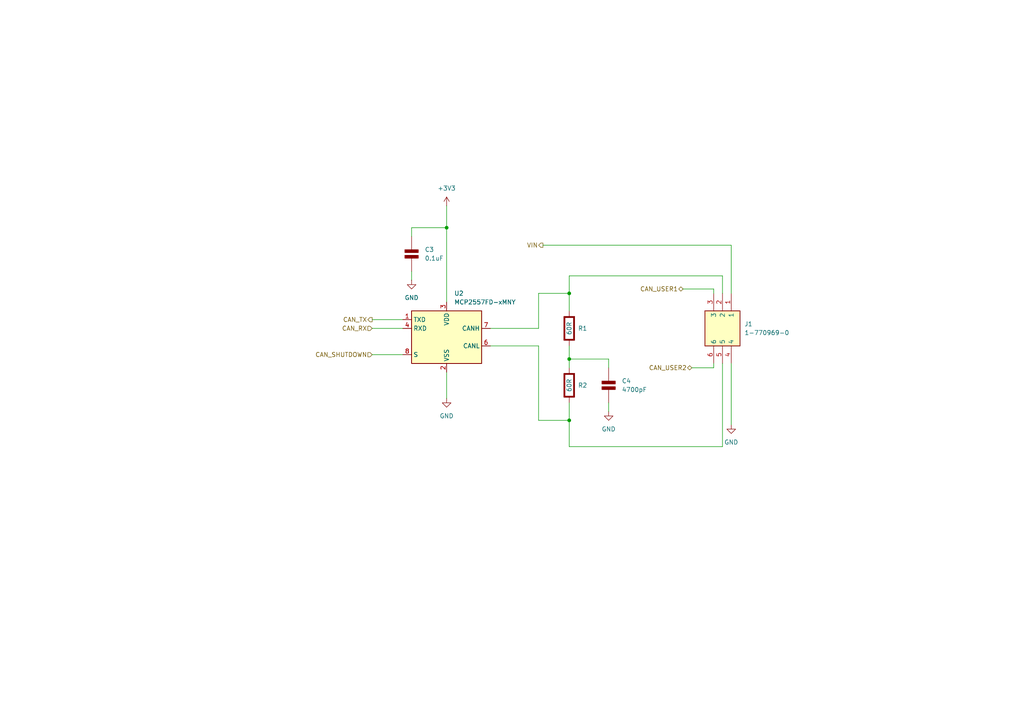
<source format=kicad_sch>
(kicad_sch (version 20250114) (generator "eeschema") (generator_version "9.0")
  (paper "A4")
  (lib_symbols
    (symbol "IMU_V100:1-770969-0"
      (property "Reference" "J" (at 9.398 6.35 0))
      (property "Value" "1-770969-0" (at 3.302 4.318 0))
      (symbol "1-770969-0_1_1"
        (rectangle (start 5.08 2.54) (end 15.24 -7.62) (stroke (width 0.254)) (fill (type background)))
        (pin passive line (at 0 0 0) (length 5.08) (name "6") (number "6"))
        (pin passive line (at 0 -2.54 0) (length 5.08) (name "5") (number "5"))
        (pin passive line (at 0 -5.08 0) (length 5.08) (name "4") (number "4"))
        (pin passive line (at 20.32 0 180) (length 5.08) (name "3") (number "3"))
        (pin passive line (at 20.32 -2.54 180) (length 5.08) (name "2") (number "2"))
        (pin passive line (at 20.32 -5.08 180) (length 5.08) (name "1") (number "1"))
      )
    )
    (symbol "Interface_CAN_LIN:MCP2557FD-xMNY"
      (property "Reference" "U" (at -10.16 10.16 0))
      (property "Value" "MCP2557FD-xMNY" (at 2.54 10.16 0))
      (symbol "MCP2557FD-xMNY_0_1"
        (rectangle (start -10.16 7.62) (end 10.16 -7.62) (stroke (width 0.254)) (fill (type background)))
      )
      (symbol "MCP2557FD-xMNY_1_1"
        (pin input line (at -12.7 5.08 0) (length 2.54) (name "TXD") (number "1"))
        (pin output line (at -12.7 2.54 0) (length 2.54) (name "RXD") (number "4"))
        (pin input line (at -12.7 -5.08 0) (length 2.54) (name "S") (number "8"))
        (pin no_connect line (at -10.16 -2.54 0) (length 2.54) (hide yes) (name "NC") (number "5"))
        (pin power_in line (at 0 10.16 270) (length 2.54) (name "VDD") (number "3"))
        (pin power_in line (at 0 -10.16 90) (length 2.54) (name "VSS") (number "2"))
        (pin passive line (at 0 -10.16 90) (length 2.54) (hide yes) (name "VSS") (number "9"))
        (pin bidirectional line (at 12.7 2.54 180) (length 2.54) (name "CANH") (number "7"))
        (pin bidirectional line (at 12.7 -2.54 180) (length 2.54) (name "CANL") (number "6"))
      )
    )
    (symbol "PCM_Elektuur:C" (pin_numbers (hide yes)) (pin_names (offset 0) (hide yes))
      (property "Reference" "C" (at 0.635 3.175 0))
      (property "Value" "C" (at 0.635 -3.175 0))
      (symbol "C_1_1"
        (rectangle (start -1.905 1.1938) (end 1.905 0.4318) (stroke (width 0.254)) (fill (type outline)))
        (rectangle (start -1.905 -0.4318) (end 1.905 -1.1938) (stroke (width 0.254)) (fill (type outline)))
        (pin passive line (at 0 5.08 270) (length 3.8862) (name "+") (number "1"))
        (pin passive line (at 0 -5.08 90) (length 3.8862) (name "-") (number "2"))
      )
      (symbol "C_1_2"
        (polyline (pts (xy -1.905 0.4318) (xy 1.905 0.4318) (xy 1.905 1.4986) (xy -1.905 1.4986) (xy -1.905 0.4318) (xy -1.8034 0.5334) (xy -1.8034 1.397) (xy 1.8034 1.397) (xy 1.8034 0.5334) (xy -1.8034 0.5334) (xy -1.905 0.4318)) (stroke (width 0.254)) (fill (type outline)))
        (polyline (pts (xy -1.905 -1.4986) (xy 1.905 -1.4986) (xy 1.905 -0.4318) (xy -1.905 -0.4318) (xy -1.905 -1.4986) (xy -1.8034 -1.397) (xy -1.8034 -0.5334) (xy 1.8034 -0.5334) (xy 1.8034 -1.397) (xy -1.8034 -1.397) (xy -1.905 -1.4986)) (stroke (width 0.254)) (fill (type outline)))
        (pin passive line (at 0 5.08 270) (length 3.5814) (name "+") (number "1"))
        (pin passive line (at 0 -5.08 90) (length 3.5814) (name "-") (number "2"))
      )
    )
    (symbol "PCM_Elektuur:R" (pin_numbers (hide yes)) (pin_names (offset 0) (hide yes))
      (property "Reference" "R" (at 2.54 3.175 0))
      (property "Value" "R" (at 0 0 90))
      (symbol "R_1_1"
        (polyline (pts (xy -1.524 -3.429) (xy 1.524 -3.429) (xy 1.524 3.429) (xy -1.524 3.429) (xy -1.524 -3.429) (xy -1.27 -3.175) (xy -1.27 3.175) (xy 1.27 3.175) (xy 1.27 -3.175) (xy -1.27 -3.175) (xy -1.524 -3.429)) (stroke (width 0.254)) (fill (type outline)))
        (pin passive line (at 0 5.08 270) (length 1.651) (name "+") (number "1"))
        (pin passive line (at 0 -5.08 90) (length 1.651) (name "-") (number "2"))
      )
      (symbol "R_1_2"
        (polyline (pts (xy -0.508 -3.429) (xy 1.524 -3.429) (xy 1.524 3.429) (xy -0.508 3.429) (xy -0.508 3.175) (xy 1.27 3.175) (xy 1.27 -3.175) (xy -0.508 -3.175) (xy -0.508 -3.429)) (stroke (width 0.254)) (fill (type outline)))
        (pin passive line (at 0 5.08 270) (length 1.651) (name "+") (number "1"))
        (pin passive line (at 0 -5.08 90) (length 1.651) (name "-") (number "2"))
      )
      (symbol "R_1_3"
        (polyline (pts (xy 0 3.4798) (xy 0 3.2004) (xy 0.7112 2.794) (xy -1.1938 1.6764) (xy 0.7112 0.5588) (xy -1.1938 -0.5588) (xy 0.7112 -1.6764) (xy -1.1938 -2.794) (xy 0 -3.4798) (xy 0 -3.2004) (xy -0.7112 -2.794) (xy 1.1938 -1.6764) (xy -0.7112 -0.5588) (xy 1.1938 0.5588) (xy -0.7112 1.6764) (xy 1.1938 2.794) (xy 0 3.4798)) (stroke (width 0.254)) (fill (type outline)))
        (pin passive line (at 0 5.08 270) (length 1.6002) (name "+") (number "1"))
        (pin passive line (at 0 -5.08 90) (length 1.6002) (name "-") (number "2"))
      )
      (symbol "R_1_4"
        (polyline (pts (xy 0 4.5466) (xy 0 4.2672) (xy 0.0508 4.2418) (xy 1.016 3.683) (xy -1.524 2.2098) (xy 1.016 0.7366) (xy -1.524 -0.7366) (xy 1.016 -2.2098) (xy -1.524 -3.683) (xy -0.0762 -4.5212) (xy 0 -4.5466) (xy 0 -4.2672) (xy -0.0508 -4.2418) (xy -1.016 -3.683) (xy 1.524 -2.2098) (xy -1.016 -0.7366) (xy 1.524 0.7366) (xy -1.016 2.2098) (xy 1.524 3.683) (xy 0.0762 4.5212) (xy 0 4.5466)) (stroke (width 0.254)) (fill (type outline)))
        (pin passive line (at 0 5.08 270) (length 0.5334) (name "+") (number "1"))
        (pin passive line (at 0 -5.08 90) (length 0.5334) (name "-") (number "2"))
      )
    )
    (symbol "power:+3V3" (power) (pin_numbers (hide yes)) (pin_names (offset 0) (hide yes))
      (property "Value" "+3V3" (at 0 3.556 0))
      (symbol "+3V3_0_1"
        (polyline (pts (xy -0.762 1.27) (xy 0 2.54)))
        (polyline (pts (xy 0 2.54) (xy 0.762 1.27)))
        (polyline (pts (xy 0 0) (xy 0 2.54)))
      )
      (symbol "+3V3_1_1"
        (pin power_in line (at 0 0 90) (length 0) (name "~") (number "1"))
      )
    )
    (symbol "power:GND" (power) (pin_numbers (hide yes)) (pin_names (offset 0) (hide yes))
      (property "Value" "GND" (at 0 -3.81 0))
      (symbol "GND_0_1"
        (polyline (pts (xy 0 0) (xy 0 -1.27) (xy 1.27 -1.27) (xy 0 -2.54) (xy -1.27 -1.27) (xy 0 -1.27)))
      )
      (symbol "GND_1_1"
        (pin power_in line (at 0 0 270) (length 0) (name "~") (number "1"))
      )
    )
  )
  (junction (at 165.1 121.92))
  (junction (at 129.54 66.04))
  (junction (at 165.1 104.14))
  (junction (at 165.1 85.09))
  (wire (pts (xy 119.38 66.04) (xy 129.54 66.04)))
  (wire (pts (xy 176.53 116.84) (xy 176.53 119.38)))
  (wire (pts (xy 156.21 121.92) (xy 165.1 121.92)))
  (wire (pts (xy 209.55 105.41) (xy 209.55 129.54)))
  (wire (pts (xy 129.54 59.69) (xy 129.54 66.04)))
  (wire (pts (xy 142.24 100.33) (xy 156.21 100.33)))
  (wire (pts (xy 119.38 68.58) (xy 119.38 66.04)))
  (wire (pts (xy 129.54 66.04) (xy 129.54 87.63)))
  (wire (pts (xy 209.55 80.01) (xy 165.1 80.01)))
  (wire (pts (xy 165.1 121.92) (xy 165.1 116.84)))
  (wire (pts (xy 200.66 106.68) (xy 207.01 106.68)))
  (wire (pts (xy 142.24 95.25) (xy 156.21 95.25)))
  (wire (pts (xy 107.95 92.71) (xy 116.84 92.71)))
  (wire (pts (xy 165.1 104.14) (xy 165.1 106.68)))
  (wire (pts (xy 165.1 129.54) (xy 165.1 121.92)))
  (wire (pts (xy 209.55 85.09) (xy 209.55 80.01)))
  (wire (pts (xy 156.21 100.33) (xy 156.21 121.92)))
  (wire (pts (xy 119.38 78.74) (xy 119.38 81.28)))
  (wire (pts (xy 176.53 106.68) (xy 176.53 104.14)))
  (wire (pts (xy 165.1 80.01) (xy 165.1 85.09)))
  (wire (pts (xy 207.01 106.68) (xy 207.01 105.41)))
  (wire (pts (xy 165.1 85.09) (xy 165.1 90.17)))
  (wire (pts (xy 107.95 95.25) (xy 116.84 95.25)))
  (wire (pts (xy 198.12 83.82) (xy 207.01 83.82)))
  (wire (pts (xy 207.01 83.82) (xy 207.01 85.09)))
  (wire (pts (xy 107.95 102.87) (xy 116.84 102.87)))
  (wire (pts (xy 212.09 71.12) (xy 212.09 85.09)))
  (wire (pts (xy 156.21 85.09) (xy 165.1 85.09)))
  (wire (pts (xy 165.1 104.14) (xy 176.53 104.14)))
  (wire (pts (xy 209.55 129.54) (xy 165.1 129.54)))
  (wire (pts (xy 157.48 71.12) (xy 212.09 71.12)))
  (wire (pts (xy 165.1 100.33) (xy 165.1 104.14)))
  (wire (pts (xy 129.54 107.95) (xy 129.54 115.57)))
  (wire (pts (xy 156.21 95.25) (xy 156.21 85.09)))
  (wire (pts (xy 212.09 105.41) (xy 212.09 123.19)))
  (hierarchical_label "VIN" (shape output) (at 157.48 71.12 180))
  (hierarchical_label "CAN_USER1" (shape bidirectional) (at 198.12 83.82 180))
  (hierarchical_label "CAN_RX" (shape input) (at 107.95 95.25 180))
  (hierarchical_label "CAN_USER2" (shape bidirectional) (at 200.66 106.68 180))
  (hierarchical_label "CAN_SHUTDOWN" (shape input) (at 107.95 102.87 180))
  (hierarchical_label "CAN_TX" (shape output) (at 107.95 92.71 180))
  (symbol (lib_id "PCM_Elektuur:R") (at 165.1 111.76 180) (unit 1)
    (property "Reference" "R2" (at 167.64 111.7599 0) (effects (justify right)))
    (property "Value" "60R" (at 165.1 111.76 90))
    (property "Footprint" "Resistor_SMD:R_0603_1608Metric_Pad0.98x0.95mm_HandSolder" (effects (hide yes)))
    (property "Description" "resistor" (effects (hide yes)))
    (property "Indicator" "+" (effects (hide yes)))
    (property "Rating" "W" (effects (hide yes)))
  )
  (symbol (lib_id "power:GND") (at 129.54 115.57 0) (unit 1)
    (property "Reference" "#PWR07" (effects (hide yes)))
    (property "Value" "GND" (at 129.54 120.65 0))
    (property "Description" "Power symbol creates a global label with name \"GND\" , ground" (effects (hide yes)))
  )
  (symbol (lib_id "PCM_Elektuur:R") (at 165.1 95.25 180) (unit 1)
    (property "Reference" "R1" (at 167.64 95.2499 0) (effects (justify right)))
    (property "Value" "60R" (at 165.1 95.25 90))
    (property "Footprint" "Resistor_SMD:R_0603_1608Metric_Pad0.98x0.95mm_HandSolder" (effects (hide yes)))
    (property "Description" "resistor" (effects (hide yes)))
    (property "Indicator" "+" (effects (hide yes)))
    (property "Rating" "W" (effects (hide yes)))
  )
  (symbol (lib_id "IMU_V100:1-770969-0") (at 207.01 105.41 90) (unit 1)
    (property "Reference" "J1" (at 215.9 93.9799 90) (effects (justify right)))
    (property "Value" "1-770969-0" (at 215.9 96.5199 90) (effects (justify right)))
    (property "Footprint" "Footprints:17709690" (effects (hide yes)))
    (property "Datasheet" "https://www.te.com/commerce/DocumentDelivery/DDEController?Action=srchrtrv&DocNm=770969&DocType=Customer%20Drawing&DocLang=English&DocFormat=pdf&PartCntxt=1-770969-0" (effects (hide yes)))
    (property "Description" "PCB Mount Header, Right Angle, Wire-to-Board, 6 Position, 4.14 mm [.162 in] Centerline, Fully Shrouded, Tin, Mini-Universal MATE-N-LOK" (effects (hide yes)))
    (property "Height" "11.99" (effects (hide yes)))
    (property "Manufacturer_Name" "TE Connectivity" (effects (hide yes)))
    (property "Manufacturer_Part_Number" "1-770969-0" (effects (hide yes)))
    (property "Mouser Part Number" "571-1-770969-0" (effects (hide yes)))
    (property "Mouser Price/Stock" "https://www.mouser.co.uk/ProductDetail/TE-Connectivity-AMP/1-770969-0?qs=qXO2HHLAcoJbD0GMLxxebg%3D%3D" (effects (hide yes)))
    (property "Arrow Part Number" "1-770969-0" (effects (hide yes)))
    (property "Arrow Price/Stock" "https://www.arrow.com/en/products/1-770969-0/te-connectivity?region=europe" (effects (hide yes)))
  )
  (symbol (lib_id "PCM_Elektuur:C") (at 176.53 111.76 180) (unit 1)
    (property "Reference" "C4" (at 180.34 110.4899 0) (effects (justify right)))
    (property "Value" "4700pF" (at 180.34 113.0299 0) (effects (justify right)))
    (property "Footprint" "Capacitor_SMD:C_0603_1608Metric_Pad1.08x0.95mm_HandSolder" (effects (hide yes)))
    (property "Description" "capacitor, non-polarized/bipolar" (effects (hide yes)))
    (property "Indicator" "+" (effects (hide yes)))
    (property "Rating" "V" (effects (hide yes)))
  )
  (symbol (lib_id "Interface_CAN_LIN:MCP2557FD-xMNY") (at 129.54 97.79 0) (unit 1)
    (property "Reference" "U2" (at 131.7341 85.09 0) (effects (justify left)))
    (property "Value" "MCP2557FD-xMNY" (at 131.7341 87.63 0) (effects (justify left)))
    (property "Footprint" "Package_DFN_QFN:TDFN-8-1EP_3x2mm_P0.5mm_EP1.80x1.65mm" (effects (hide yes)))
    (property "Datasheet" "https://ww1.microchip.com/downloads/en/DeviceDoc/20005533A.pdf" (effects (hide yes)))
    (property "Description" "CAN FD Transceiver with Silent Mode, up to 8 Mbps, TDFN-8" (effects (hide yes)))
  )
  (symbol (lib_id "power:GND") (at 119.38 81.28 0) (unit 1)
    (property "Reference" "#PWR05" (effects (hide yes)))
    (property "Value" "GND" (at 119.38 86.36 0))
    (property "Description" "Power symbol creates a global label with name \"GND\" , ground" (effects (hide yes)))
  )
  (symbol (lib_id "power:+3V3") (at 129.54 59.69 0) (unit 1)
    (property "Reference" "#PWR06" (effects (hide yes)))
    (property "Value" "+3V3" (at 129.54 54.61 0))
    (property "Description" "Power symbol creates a global label with name \"+3V3\"" (effects (hide yes)))
  )
  (symbol (lib_id "power:GND") (at 176.53 119.38 0) (unit 1)
    (property "Reference" "#PWR08" (effects (hide yes)))
    (property "Value" "GND" (at 176.53 124.46 0))
    (property "Description" "Power symbol creates a global label with name \"GND\" , ground" (effects (hide yes)))
  )
  (symbol (lib_id "PCM_Elektuur:C") (at 119.38 73.66 180) (unit 1)
    (property "Reference" "C3" (at 123.19 72.3899 0) (effects (justify right)))
    (property "Value" "0.1uF" (at 123.19 74.9299 0) (effects (justify right)))
    (property "Footprint" "Capacitor_SMD:C_0603_1608Metric_Pad1.08x0.95mm_HandSolder" (effects (hide yes)))
    (property "Description" "capacitor, non-polarized/bipolar" (effects (hide yes)))
    (property "Indicator" "+" (effects (hide yes)))
    (property "Rating" "V" (effects (hide yes)))
  )
  (symbol (lib_id "power:GND") (at 212.09 123.19 0) (unit 1)
    (property "Reference" "#PWR09" (effects (hide yes)))
    (property "Value" "GND" (at 212.09 128.27 0))
    (property "Description" "Power symbol creates a global label with name \"GND\" , ground" (effects (hide yes)))
  )
)
</source>
